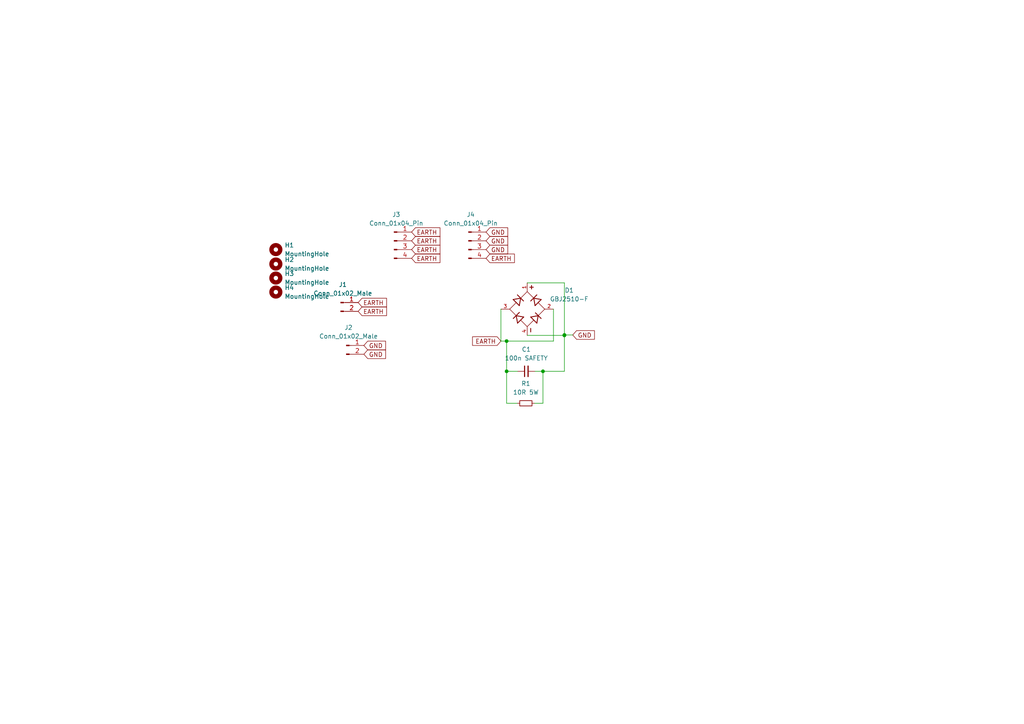
<source format=kicad_sch>
(kicad_sch (version 20231120) (generator "eeschema") (generator_version "8.0")
  (paper "A4")
  (lib_symbols
    (symbol "Connector:Conn_01x02_Male" (pin_names (offset 1.016) hide)
      (property "Reference" "J" (at 0 2.54 0))
      (property "Value" "Conn_01x02_Male" (at 0 -5.08 0))
      (symbol "Conn_01x02_Male_1_1"
        (polyline (pts (xy 1.27 -2.54) (xy 0.8636 -2.54)) (stroke (width 0.1524)))
        (polyline (pts (xy 1.27 0) (xy 0.8636 0)) (stroke (width 0.1524)))
        (rectangle (start 0.8636 -2.413) (end 0 -2.667) (stroke (width 0.1524)) (fill (type outline)))
        (rectangle (start 0.8636 0.127) (end 0 -0.127) (stroke (width 0.1524)) (fill (type outline)))
        (pin passive line (at 5.08 0 180) (length 3.81) (name "Pin_1") (number "1"))
        (pin passive line (at 5.08 -2.54 180) (length 3.81) (name "Pin_2") (number "2"))
      )
    )
    (symbol "Connector:Conn_01x04_Pin" (pin_names (offset 1.016) hide)
      (property "Reference" "J" (at 0 5.08 0))
      (property "Value" "Conn_01x04_Pin" (at 0 -7.62 0))
      (symbol "Conn_01x04_Pin_1_1"
        (polyline (pts (xy 1.27 -5.08) (xy 0.8636 -5.08)) (stroke (width 0.1524)))
        (polyline (pts (xy 1.27 -2.54) (xy 0.8636 -2.54)) (stroke (width 0.1524)))
        (polyline (pts (xy 1.27 0) (xy 0.8636 0)) (stroke (width 0.1524)))
        (polyline (pts (xy 1.27 2.54) (xy 0.8636 2.54)) (stroke (width 0.1524)))
        (rectangle (start 0.8636 -4.953) (end 0 -5.207) (stroke (width 0.1524)) (fill (type outline)))
        (rectangle (start 0.8636 -2.413) (end 0 -2.667) (stroke (width 0.1524)) (fill (type outline)))
        (rectangle (start 0.8636 0.127) (end 0 -0.127) (stroke (width 0.1524)) (fill (type outline)))
        (rectangle (start 0.8636 2.667) (end 0 2.413) (stroke (width 0.1524)) (fill (type outline)))
        (pin passive line (at 5.08 2.54 180) (length 3.81) (name "Pin_1") (number "1"))
        (pin passive line (at 5.08 0 180) (length 3.81) (name "Pin_2") (number "2"))
        (pin passive line (at 5.08 -2.54 180) (length 3.81) (name "Pin_3") (number "3"))
        (pin passive line (at 5.08 -5.08 180) (length 3.81) (name "Pin_4") (number "4"))
      )
    )
    (symbol "Device:C_Small" (pin_numbers hide) (pin_names (offset 0.254) hide)
      (property "Reference" "C" (at 0.254 1.778 0))
      (property "Value" "C_Small" (at 0.254 -2.032 0))
      (symbol "C_Small_0_1"
        (polyline (pts (xy -1.524 -0.508) (xy 1.524 -0.508)) (stroke (width 0.3302)))
        (polyline (pts (xy -1.524 0.508) (xy 1.524 0.508)) (stroke (width 0.3048)))
      )
      (symbol "C_Small_1_1"
        (pin passive line (at 0 2.54 270) (length 2.032) (name "~") (number "1"))
        (pin passive line (at 0 -2.54 90) (length 2.032) (name "~") (number "2"))
      )
    )
    (symbol "Device:R_Small" (pin_numbers hide) (pin_names (offset 0.254) hide)
      (property "Reference" "R" (at 0.762 0.508 0))
      (property "Value" "R_Small" (at 0.762 -1.016 0))
      (symbol "R_Small_0_1"
        (rectangle (start -0.762 1.778) (end 0.762 -1.778) (stroke (width 0.2032)))
      )
      (symbol "R_Small_1_1"
        (pin passive line (at 0 2.54 270) (length 0.762) (name "~") (number "1"))
        (pin passive line (at 0 -2.54 90) (length 0.762) (name "~") (number "2"))
      )
    )
    (symbol "GBJ2510-F:GBJ2510-F" (pin_names (offset 1.016) hide)
      (property "Reference" "D" (at 5.08 5.08 0))
      (property "Value" "GBJ2510-F" (at 5.08 -7.62 0))
      (symbol "GBJ2510-F_0_0"
        (polyline (pts (xy -6.858 1.27) (xy -5.842 1.27)) (stroke (width 0.254)))
        (polyline (pts (xy -6.35 0.762) (xy -6.35 1.778)) (stroke (width 0.254)))
        (polyline (pts (xy -5.08 0) (xy -3.175 -1.905)) (stroke (width 0.1524)))
        (polyline (pts (xy -3.175 -1.905) (xy -2.794 -4.064)) (stroke (width 0.254)))
        (polyline (pts (xy -3.175 -1.905) (xy -1.016 -2.286)) (stroke (width 0.254)))
        (polyline (pts (xy -3.175 1.905) (xy -5.08 0)) (stroke (width 0.1524)))
        (polyline (pts (xy -3.175 1.905) (xy -2.794 4.064)) (stroke (width 0.254)))
        (polyline (pts (xy -3.175 1.905) (xy -1.016 2.286)) (stroke (width 0.254)))
        (polyline (pts (xy -2.3622 -1.0668) (xy -4.1402 -2.8448)) (stroke (width 0.254)))
        (polyline (pts (xy -2.3622 1.016) (xy -4.1402 2.794)) (stroke (width 0.254)))
        (polyline (pts (xy -1.016 -2.286) (xy -2.794 -4.064)) (stroke (width 0.254)))
        (polyline (pts (xy -1.016 2.286) (xy -2.794 4.064)) (stroke (width 0.254)))
        (polyline (pts (xy 0 -5.08) (xy -1.8034 -3.2766)) (stroke (width 0.1524)))
        (polyline (pts (xy 0 -5.08) (xy 1.905 -3.175)) (stroke (width 0.1524)))
        (polyline (pts (xy 0 5.08) (xy -1.8034 3.2766)) (stroke (width 0.1524)))
        (polyline (pts (xy 1.905 -3.175) (xy 2.286 -1.016)) (stroke (width 0.254)))
        (polyline (pts (xy 1.905 -3.175) (xy 4.064 -2.794)) (stroke (width 0.254)))
        (polyline (pts (xy 1.905 3.175) (xy 0 5.08)) (stroke (width 0.1524)))
        (polyline (pts (xy 1.905 3.175) (xy 2.286 1.016)) (stroke (width 0.254)))
        (polyline (pts (xy 1.905 3.175) (xy 4.064 2.794)) (stroke (width 0.254)))
        (polyline (pts (xy 2.7178 -4.0386) (xy 0.9398 -2.2606)) (stroke (width 0.254)))
        (polyline (pts (xy 2.7178 4.0386) (xy 1.0668 2.3876)) (stroke (width 0.254)))
        (polyline (pts (xy 3.2766 -1.8034) (xy 5.08 0)) (stroke (width 0.1524)))
        (polyline (pts (xy 4.064 -2.794) (xy 2.286 -1.016)) (stroke (width 0.254)))
        (polyline (pts (xy 4.064 2.794) (xy 2.286 1.016)) (stroke (width 0.254)))
        (polyline (pts (xy 5.08 0) (xy 3.2766 1.8034)) (stroke (width 0.1524)))
        (polyline (pts (xy 5.588 1.016) (xy 6.604 1.016)) (stroke (width 0.254)))
        (pin passive line (at -7.62 0 0) (length 2.54) (name "~") (number "1"))
        (pin passive line (at 0 7.62 270) (length 2.54) (name "~") (number "2"))
        (pin passive line (at 0 -7.62 90) (length 2.54) (name "~") (number "3"))
        (pin passive line (at 7.62 0 180) (length 2.54) (name "~") (number "4"))
      )
    )
    (symbol "Mechanical:MountingHole" (pin_names (offset 1.016))
      (property "Reference" "H" (at 0 5.08 0))
      (property "Value" "MountingHole" (at 0 3.175 0))
      (symbol "MountingHole_0_1"
        (circle (center 0 0) (radius 1.27) (stroke (width 1.27)))
      )
    )
  )
  (junction (at 163.703 97.155))
  (junction (at 146.939 107.696))
  (junction (at 163.703 97.282))
  (junction (at 146.939 98.933))
  (junction (at 157.48 107.696))
  (wire (pts (xy 160.528 98.933) (xy 146.939 98.933)))
  (wire (pts (xy 157.48 107.696) (xy 163.703 107.696)))
  (wire (pts (xy 150.114 107.696) (xy 146.939 107.696)))
  (wire (pts (xy 160.528 89.662) (xy 160.528 98.933)))
  (wire (pts (xy 157.48 116.967) (xy 155.067 116.967)))
  (wire (pts (xy 146.939 116.967) (xy 149.987 116.967)))
  (wire (pts (xy 152.908 82.042) (xy 163.703 82.042)))
  (wire (pts (xy 163.703 82.042) (xy 163.703 97.155)))
  (wire (pts (xy 157.48 107.696) (xy 157.48 116.967)))
  (wire (pts (xy 155.194 107.696) (xy 157.48 107.696)))
  (wire (pts (xy 146.939 107.696) (xy 146.939 116.967)))
  (wire (pts (xy 146.939 98.933) (xy 145.288 98.933)))
  (wire (pts (xy 163.703 97.282) (xy 152.908 97.282)))
  (wire (pts (xy 146.939 98.933) (xy 146.939 107.696)))
  (wire (pts (xy 145.288 98.933) (xy 145.288 89.662)))
  (wire (pts (xy 163.703 97.155) (xy 163.703 97.282)))
  (wire (pts (xy 163.703 97.155) (xy 166.116 97.155)))
  (wire (pts (xy 163.703 107.696) (xy 163.703 97.282)))
  (global_label "EARTH" (shape input) (at 119.38 72.39 0) (property "Intersheetrefs" "${INTERSHEET_REFS}" (effects (hide yes))))
  (global_label "GND" (shape input) (at 140.97 67.31 0) (property "Intersheetrefs" "${INTERSHEET_REFS}" (effects (hide yes))))
  (global_label "EARTH" (shape input) (at 119.38 74.93 0) (property "Intersheetrefs" "${INTERSHEET_REFS}" (effects (hide yes))))
  (global_label "GND" (shape input) (at 105.537 102.743 0) (property "Intersheetrefs" "${INTERSHEET_REFS}" (effects (hide yes))))
  (global_label "GND" (shape input) (at 140.97 72.39 0) (property "Intersheetrefs" "${INTERSHEET_REFS}" (effects (hide yes))))
  (global_label "GND" (shape input) (at 140.97 69.85 0) (property "Intersheetrefs" "${INTERSHEET_REFS}" (effects (hide yes))))
  (global_label "EARTH" (shape input) (at 140.97 74.93 0) (property "Intersheetrefs" "${INTERSHEET_REFS}" (effects (hide yes))))
  (global_label "EARTH" (shape input) (at 103.886 90.297 0) (property "Intersheetrefs" "${INTERSHEET_REFS}" (effects (hide yes))))
  (global_label "EARTH" (shape input) (at 103.886 87.757 0) (property "Intersheetrefs" "${INTERSHEET_REFS}" (effects (hide yes))))
  (global_label "EARTH" (shape input) (at 145.288 98.933 180) (property "Intersheetrefs" "${INTERSHEET_REFS}" (effects (hide yes))))
  (global_label "EARTH" (shape input) (at 119.38 67.31 0) (property "Intersheetrefs" "${INTERSHEET_REFS}" (effects (hide yes))))
  (global_label "GND" (shape input) (at 166.116 97.155 0) (property "Intersheetrefs" "${INTERSHEET_REFS}" (effects (hide yes))))
  (global_label "GND" (shape input) (at 105.537 100.203 0) (property "Intersheetrefs" "${INTERSHEET_REFS}" (effects (hide yes))))
  (global_label "EARTH" (shape input) (at 119.38 69.85 0) (property "Intersheetrefs" "${INTERSHEET_REFS}" (effects (hide yes))))
  (symbol (lib_id "Device:R_Small") (at 152.527 116.967 90) (unit 1)
    (property "Reference" "R1" (at 152.527 111.252 90))
    (property "Value" "10R 5W" (at 152.527 113.792 90))
    (property "Footprint" "Resistor_SMD:R_2816_7142Metric_Pad3.20x4.45mm_HandSolder" (effects (hide yes)))
  )
  (symbol (lib_id "GBJ2510-F:GBJ2510-F") (at 152.908 89.662 270) (unit 1)
    (property "Reference" "D1" (at 165.1 84.2008 90))
    (property "Value" "GBJ2510-F" (at 165.1 86.7408 90))
    (property "Footprint" "Diode_SMD:Diode_Bridge_Vishay_DFS" (effects (hide yes)))
    (property "DESCRIPTION" "Diode Rectifier Bridge Single 1KV 35A 4-Pin_4+Tab_ Case GBJ Bulk/Tube" (effects (hide yes)))
    (property "MF" "Micro Commercial" (effects (hide yes)))
    (property "AVAILABILITY" "Unavailable" (effects (hide yes)))
    (property "MP" "GBJ3510-BP" (effects (hide yes)))
    (property "PACKAGE" "SIP-4 MCC" (effects (hide yes)))
    (property "PRICE" "None" (effects (hide yes)))
  )
  (symbol (lib_id "Mechanical:MountingHole") (at 80.01 76.581 0) (unit 1)
    (property "Reference" "H2" (at 82.55 75.3109 0) (effects (justify left)))
    (property "Value" "MountingHole" (at 82.55 77.8509 0) (effects (justify left)))
    (property "Footprint" "MountingHole:MountingHole_3.2mm_M3" (effects (hide yes)))
  )
  (symbol (lib_id "Mechanical:MountingHole") (at 80.01 84.709 0) (unit 1)
    (property "Reference" "H4" (at 82.55 83.4389 0) (effects (justify left)))
    (property "Value" "MountingHole" (at 82.55 85.9789 0) (effects (justify left)))
    (property "Footprint" "MountingHole:MountingHole_3.2mm_M3" (effects (hide yes)))
  )
  (symbol (lib_id "Device:C_Small") (at 152.654 107.696 90) (unit 1)
    (property "Reference" "C1" (at 152.654 101.346 90))
    (property "Value" "100n SAFETY" (at 152.654 103.886 90))
    (property "Footprint" "Capacitor_THT:C_Rect_L18.0mm_W5.0mm_P15.00mm_FKS3_FKP3" (effects (hide yes)))
  )
  (symbol (lib_id "Connector:Conn_01x04_Pin") (at 135.89 69.85 0) (unit 1)
    (property "Reference" "J4" (at 136.525 62.23 0))
    (property "Value" "Conn_01x04_Pin" (at 136.525 64.77 0))
    (property "Footprint" "TerminalBlock_4Ucon:TerminalBlock_4Ucon_1x04_P3.50mm_Horizontal" (effects (hide yes)))
    (property "Description" "Generic connector, single row, 01x04, script generated" (effects (hide yes)))
  )
  (symbol (lib_id "Mechanical:MountingHole") (at 80.01 72.39 0) (unit 1)
    (property "Reference" "H1" (at 82.55 71.1199 0) (effects (justify left)))
    (property "Value" "MountingHole" (at 82.55 73.6599 0) (effects (justify left)))
    (property "Footprint" "MountingHole:MountingHole_3.2mm_M3" (effects (hide yes)))
  )
  (symbol (lib_id "Connector:Conn_01x04_Pin") (at 114.3 69.85 0) (unit 1)
    (property "Reference" "J3" (at 114.935 62.23 0))
    (property "Value" "Conn_01x04_Pin" (at 114.935 64.77 0))
    (property "Footprint" "TerminalBlock_4Ucon:TerminalBlock_4Ucon_1x04_P3.50mm_Horizontal" (effects (hide yes)))
    (property "Description" "Generic connector, single row, 01x04, script generated" (effects (hide yes)))
  )
  (symbol (lib_id "Connector:Conn_01x02_Male") (at 100.457 100.203 0) (unit 1)
    (property "Reference" "J2" (at 101.092 94.996 0))
    (property "Value" "Conn_01x02_Male" (at 101.092 97.536 0))
    (property "Footprint" "Connector_JST:JST_VH_B2P-VH-B_1x02_P3.96mm_Vertical" (effects (hide yes)))
  )
  (symbol (lib_id "Mechanical:MountingHole") (at 80.01 80.645 0) (unit 1)
    (property "Reference" "H3" (at 82.55 79.3749 0) (effects (justify left)))
    (property "Value" "MountingHole" (at 82.55 81.9149 0) (effects (justify left)))
    (property "Footprint" "MountingHole:MountingHole_3.2mm_M3" (effects (hide yes)))
  )
  (symbol (lib_id "Connector:Conn_01x02_Male") (at 98.806 87.757 0) (unit 1)
    (property "Reference" "J1" (at 99.441 82.55 0))
    (property "Value" "Conn_01x02_Male" (at 99.441 85.09 0))
    (property "Footprint" "Connector_JST:JST_VH_B2P-VH-B_1x02_P3.96mm_Vertical" (effects (hide yes)))
  )
)
</source>
